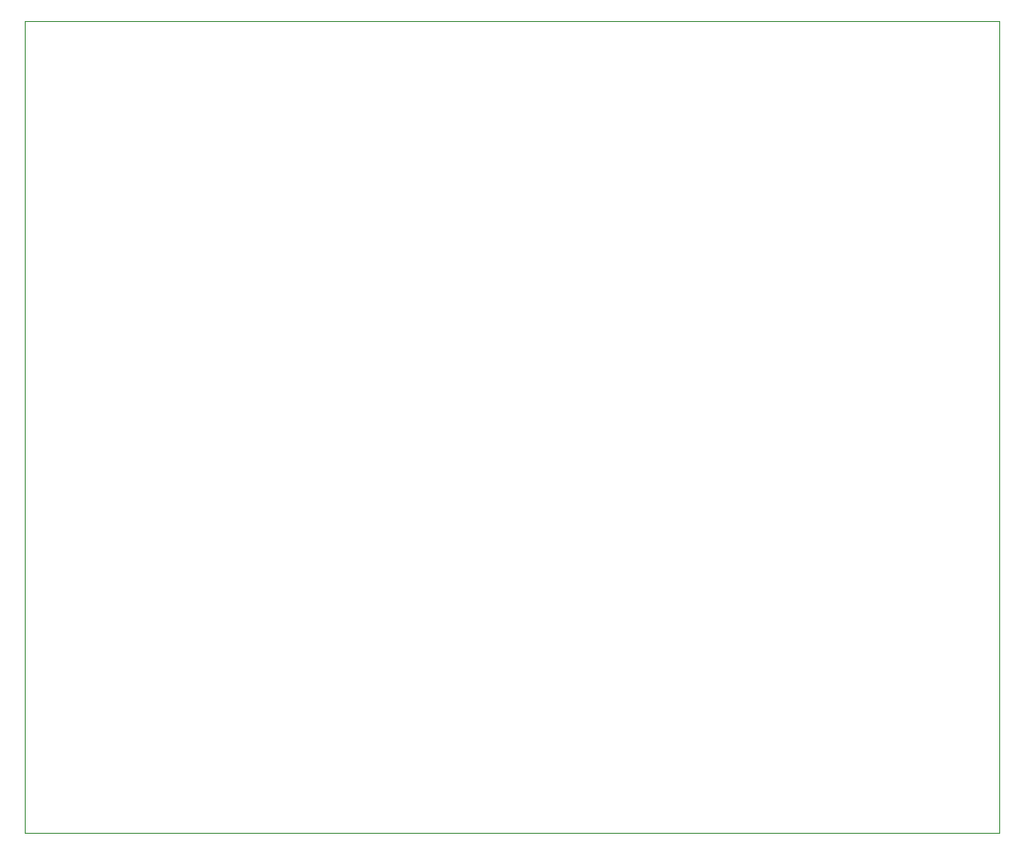
<source format=gm1>
G04 #@! TF.GenerationSoftware,KiCad,Pcbnew,8.0.7-8.0.7-0~ubuntu22.04.1*
G04 #@! TF.CreationDate,2025-01-05T09:50:45-03:00*
G04 #@! TF.ProjectId,fenix-controlador-de-ressolda,66656e69-782d-4636-9f6e-74726f6c6164,rev?*
G04 #@! TF.SameCoordinates,Original*
G04 #@! TF.FileFunction,Profile,NP*
%FSLAX46Y46*%
G04 Gerber Fmt 4.6, Leading zero omitted, Abs format (unit mm)*
G04 Created by KiCad (PCBNEW 8.0.7-8.0.7-0~ubuntu22.04.1) date 2025-01-05 09:50:45*
%MOMM*%
%LPD*%
G01*
G04 APERTURE LIST*
G04 #@! TA.AperFunction,Profile*
%ADD10C,0.050000*%
G04 #@! TD*
G04 APERTURE END LIST*
D10*
X99970000Y-60840000D02*
X189970000Y-60840000D01*
X189970000Y-135840000D01*
X99970000Y-135840000D01*
X99970000Y-60840000D01*
M02*

</source>
